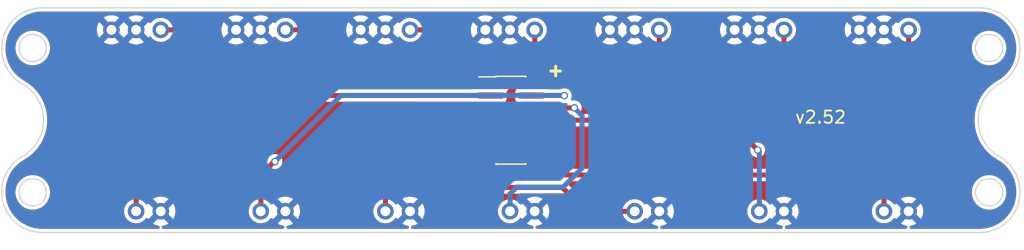
<source format=kicad_pcb>
(kicad_pcb (version 20211014) (generator pcbnew)
  (layers (0 "F.Cu" signal) (31 "B.Cu" signal) (34 "B.Paste" user) (35 "F.Paste" user) (36 "B.SilkS" user "B.Silkscreen") (37 "F.SilkS" user "F.Silkscreen") (38 "B.Mask" user) (39 "F.Mask" user) (44 "Edge.Cuts" user))
  (net 0 "")
  (net 1 "GND")
  (net 2 "V+")
  (net 3 "CH1")
  (net 4 "CH2")
  (net 5 "CH3")
  (net 6 "CH4")
  (net 7 "CH5")
  (net 8 "CH6")
  (net 9 "CH7")
  (footprint "cycfi_library:pin_header_2x7p_1.00mm_smd_vertical" (layer "F.Cu") (at 148.4 69.74)
    (fp_text reference "J15" hide)
    (fp_text value "CONN_01X14" hide)
    (fp_line (start -1.21 3.56) (end 1.21 3.56) (layer "F.SilkS") (width 0.12))
    (fp_line (start 1.21 3.51) (end 1.21 3.56) (layer "F.SilkS") (width 0.12))
    (fp_line (start -2.59 -3.51) (end -1.21 -3.51) (layer "F.SilkS") (width 0.12))
    (fp_line (start -1.21 -3.56) (end 1.21 -3.56) (layer "F.SilkS") (width 0.12))
    (fp_line (start 1.21 -3.56) (end 1.21 -3.51) (layer "F.SilkS") (width 0.12))
    (fp_line (start -1.21 3.51) (end -1.21 3.56) (layer "F.SilkS") (width 0.12))
    (fp_line (start -1.21 -3.56) (end -1.21 -3.51) (layer "F.SilkS") (width 0.12))
    (pad "1" smd rect (at -1.65 -3) (size 2 0.5) (layers "F.Cu" "F.Paste" "F.Mask") (net 1 "GND"))
    (pad "2" smd rect (at 1.65 -3) (size 2 0.5) (layers "F.Cu" "F.Paste" "F.Mask") (net 2 "V+"))
    (pad "3" smd rect (at -1.65 -2) (size 2 0.5) (layers "F.Cu" "F.Paste" "F.Mask") (net 3 "CH1"))
    (pad "4" smd rect (at 1.65 -2) (size 2 0.5) (layers "F.Cu" "F.Paste" "F.Mask") (net 4 "CH2"))
    (pad "5" smd rect (at -1.65 -1) (size 2 0.5) (layers "F.Cu" "F.Paste" "F.Mask") (net 5 "CH3"))
    (pad "6" smd rect (at 1.65 -1) (size 2 0.5) (layers "F.Cu" "F.Paste" "F.Mask") (net 6 "CH4"))
    (pad "7" smd rect (at -1.65 0) (size 2 0.5) (layers "F.Cu" "F.Paste" "F.Mask") (net 7 "CH5"))
    (pad "8" smd rect (at 1.65 0) (size 2 0.5) (layers "F.Cu" "F.Paste" "F.Mask") (net 8 "CH6"))
    (pad "9" smd rect (at -1.65 1) (size 2 0.5) (layers "F.Cu" "F.Paste" "F.Mask") (net 9 "CH7"))
    (pad "10" smd rect (at 1.65 1) (size 2 0.5) (layers "F.Cu" "F.Paste" "F.Mask"))
    (pad "11" smd rect (at -1.65 2) (size 2 0.5) (layers "F.Cu" "F.Paste" "F.Mask") (net 1 "GND"))
    (pad "12" smd rect (at 1.65 2) (size 2 0.5) (layers "F.Cu" "F.Paste" "F.Mask") (net 1 "GND"))
    (pad "13" smd rect (at -1.65 3) (size 2 0.5) (layers "F.Cu" "F.Paste" "F.Mask") (net 1 "GND"))
    (pad "14" smd rect (at 1.65 3) (size 2 0.5) (layers "F.Cu" "F.Paste" "F.Mask") (net 1 "GND"))
  )
  (footprint "cycfi_library:nu_capsule" (layer "F.Cu") (at 136.23 62.42)
    (fp_text reference "U3" hide)
    (fp_text value "nu_capsule")
    (pad "1" thru_hole circle (at 4 0) (size 1.35 1.35) (drill 0.8) (layers *.Cu *.Mask) (net 2 "V+"))
    (pad "2" thru_hole circle (at 0 0) (size 1.35 1.35) (drill 0.8) (layers *.Cu *.Mask) (net 1 "GND"))
    (pad "2" thru_hole circle (at 4 14.7) (size 1.35 1.35) (drill 0.8) (layers *.Cu *.Mask) (net 1 "GND"))
    (pad "2" thru_hole circle (at 2 0) (size 1.35 1.35) (drill 0.8) (layers *.Cu *.Mask) (net 1 "GND"))
    (pad "3" thru_hole circle (at 2 14.7) (size 1.35 1.35) (drill 0.8) (layers *.Cu *.Mask) (net 5 "CH3"))
  )
  (footprint "cycfi_library:nu_capsule" (layer "F.Cu") (at 116.03 62.42)
    (fp_text reference "U1" hide)
    (fp_text value "nu_capsule")
    (pad "1" thru_hole circle (at 4 0) (size 1.35 1.35) (drill 0.8) (layers *.Cu *.Mask) (net 2 "V+"))
    (pad "2" thru_hole circle (at 4 14.7) (size 1.35 1.35) (drill 0.8) (layers *.Cu *.Mask) (net 1 "GND"))
    (pad "2" thru_hole circle (at 2 0) (size 1.35 1.35) (drill 0.8) (layers *.Cu *.Mask) (net 1 "GND"))
    (pad "2" thru_hole circle (at 0 0) (size 1.35 1.35) (drill 0.8) (layers *.Cu *.Mask) (net 1 "GND"))
    (pad "3" thru_hole circle (at 2 14.7) (size 1.35 1.35) (drill 0.8) (layers *.Cu *.Mask) (net 3 "CH1"))
  )
  (footprint "cycfi_library:nu_capsule" (layer "F.Cu") (at 176.63 62.42)
    (fp_text reference "U7" hide)
    (fp_text value "nu_capsule")
    (pad "1" thru_hole circle (at 4 0) (size 1.35 1.35) (drill 0.8) (layers *.Cu *.Mask) (net 2 "V+"))
    (pad "2" thru_hole circle (at 0 0) (size 1.35 1.35) (drill 0.8) (layers *.Cu *.Mask) (net 1 "GND"))
    (pad "2" thru_hole circle (at 4 14.7) (size 1.35 1.35) (drill 0.8) (layers *.Cu *.Mask) (net 1 "GND"))
    (pad "2" thru_hole circle (at 2 0) (size 1.35 1.35) (drill 0.8) (layers *.Cu *.Mask) (net 1 "GND"))
    (pad "3" thru_hole circle (at 2 14.7) (size 1.35 1.35) (drill 0.8) (layers *.Cu *.Mask) (net 9 "CH7"))
  )
  (footprint "cycfi_library:nu_capsule" (layer "F.Cu") (at 166.53 62.42)
    (fp_text reference "U6" hide)
    (fp_text value "nu_capsule")
    (pad "1" thru_hole circle (at 4 0) (size 1.35 1.35) (drill 0.8) (layers *.Cu *.Mask) (net 2 "V+"))
    (pad "2" thru_hole circle (at 4 14.7) (size 1.35 1.35) (drill 0.8) (layers *.Cu *.Mask) (net 1 "GND"))
    (pad "2" thru_hole circle (at 2 0) (size 1.35 1.35) (drill 0.8) (layers *.Cu *.Mask) (net 1 "GND"))
    (pad "2" thru_hole circle (at 0 0) (size 1.35 1.35) (drill 0.8) (layers *.Cu *.Mask) (net 1 "GND"))
    (pad "3" thru_hole circle (at 2 14.7) (size 1.35 1.35) (drill 0.8) (layers *.Cu *.Mask) (net 8 "CH6"))
  )
  (footprint "cycfi_library:nu_capsule" (layer "F.Cu") (at 126.13 62.42)
    (fp_text reference "U2" hide)
    (fp_text value "nu_capsule")
    (pad "1" thru_hole circle (at 4 0) (size 1.35 1.35) (drill 0.8) (layers *.Cu *.Mask) (net 2 "V+"))
    (pad "2" thru_hole circle (at 4 14.7) (size 1.35 1.35) (drill 0.8) (layers *.Cu *.Mask) (net 1 "GND"))
    (pad "2" thru_hole circle (at 2 0) (size 1.35 1.35) (drill 0.8) (layers *.Cu *.Mask) (net 1 "GND"))
    (pad "2" thru_hole circle (at 0 0) (size 1.35 1.35) (drill 0.8) (layers *.Cu *.Mask) (net 1 "GND"))
    (pad "3" thru_hole circle (at 2 14.7) (size 1.35 1.35) (drill 0.8) (layers *.Cu *.Mask) (net 4 "CH2"))
  )
  (footprint "cycfi_library:nu_capsule" (layer "F.Cu") (at 146.33 62.42)
    (fp_text reference "U4" hide)
    (fp_text value "nu_capsule")
    (pad "1" thru_hole circle (at 4 0) (size 1.35 1.35) (drill 0.8) (layers *.Cu *.Mask) (net 2 "V+"))
    (pad "2" thru_hole circle (at 4 14.7) (size 1.35 1.35) (drill 0.8) (layers *.Cu *.Mask) (net 1 "GND"))
    (pad "2" thru_hole circle (at 2 0) (size 1.35 1.35) (drill 0.8) (layers *.Cu *.Mask) (net 1 "GND"))
    (pad "2" thru_hole circle (at 0 0) (size 1.35 1.35) (drill 0.8) (layers *.Cu *.Mask) (net 1 "GND"))
    (pad "3" thru_hole circle (at 2 14.7) (size 1.35 1.35) (drill 0.8) (layers *.Cu *.Mask) (net 6 "CH4"))
  )
  (footprint "cycfi_library:nu_capsule" (layer "F.Cu") (at 156.43 62.42)
    (fp_text reference "U5" hide)
    (fp_text value "nu_capsule")
    (pad "1" thru_hole circle (at 4 0) (size 1.35 1.35) (drill 0.8) (layers *.Cu *.Mask) (net 2 "V+"))
    (pad "2" thru_hole circle (at 2 0) (size 1.35 1.35) (drill 0.8) (layers *.Cu *.Mask) (net 1 "GND"))
    (pad "2" thru_hole circle (at 4 14.7) (size 1.35 1.35) (drill 0.8) (layers *.Cu *.Mask) (net 1 "GND"))
    (pad "2" thru_hole circle (at 0 0) (size 1.35 1.35) (drill 0.8) (layers *.Cu *.Mask) (net 1 "GND"))
    (pad "3" thru_hole circle (at 2 14.7) (size 1.35 1.35) (drill 0.8) (layers *.Cu *.Mask) (net 7 "CH5"))
  )
  (gr_circle (center 109.65 75.59) (end 110.75 75.59) (layer "Edge.Cuts") (width 0.1) (fill none))
  (gr_arc (start 108.80566 66.799011) (mid 110.525 69.739999) (end 108.805661 72.680988) (layer "Edge.Cuts") (width 0.1))
  (gr_circle (center 187.15 75.59) (end 188.25 75.59) (layer "Edge.Cuts") (width 0.1) (fill none))
  (gr_arc (start 107.15 75.513052) (mid 107.594282 73.872793) (end 108.80566 72.680989) (layer "Edge.Cuts") (width 0.1))
  (gr_line (start 186.4 78.84) (end 110.4 78.84) (layer "Edge.Cuts") (width 0.1))
  (gr_arc (start 108.80566 66.799011) (mid 107.574784 65.573899) (end 107.15 63.89) (layer "Edge.Cuts") (width 0.1))
  (gr_arc (start 110.4 78.84) (mid 108.074539 77.860787) (end 107.15 75.513052) (layer "Edge.Cuts") (width 0.1))
  (gr_circle (center 109.65 63.89) (end 110.75 63.89) (layer "Edge.Cuts") (width 0.1) (fill none))
  (gr_line (start 110.4 60.64) (end 186.4 60.64) (layer "Edge.Cuts") (width 0.1))
  (gr_arc (start 189.65 75.513052) (mid 188.725461 77.860787) (end 186.4 78.84) (layer "Edge.Cuts") (width 0.1))
  (gr_arc (start 187.99434 72.680989) (mid 186.275 69.740001) (end 187.994339 66.799012) (layer "Edge.Cuts") (width 0.1))
  (gr_arc (start 107.15 63.89) (mid 108.101903 61.591903) (end 110.4 60.64) (layer "Edge.Cuts") (width 0.1))
  (gr_arc (start 186.4 60.64) (mid 188.698097 61.591903) (end 189.65 63.89) (layer "Edge.Cuts") (width 0.1))
  (gr_circle (center 187.15 63.89) (end 188.25 63.89) (layer "Edge.Cuts") (width 0.1) (fill none))
  (gr_arc (start 189.65 63.89) (mid 189.225206 65.573893) (end 187.99434 66.799011) (layer "Edge.Cuts") (width 0.1))
  (gr_arc (start 187.99434 72.680989) (mid 189.205718 73.872794) (end 189.65 75.513052) (layer "Edge.Cuts") (width 0.1))
  (gr_text "+" (at 152.03 65.69) (layer "F.SilkS") (effects (font (size 1 1) (thickness 0.25))))
  (gr_text "v2.52" (at 173.5 69.5) (layer "F.SilkS") (effects (font (size 1 1))))
  (segment (start 150.04 64.14) (end 150.33 63.85) (width 0.4084) (layer "F.Cu") (net 2))
  (segment (start 150.33 63.85) (end 150.33 62.42) (width 0.4084) (layer "F.Cu") (net 2))
  (segment (start 160.43 63.96) (end 160.1 64.29) (width 0.4084) (layer "F.Cu") (net 2))
  (segment (start 160.1 64.29) (end 152.24 64.29) (width 0.4084) (layer "F.Cu") (net 2))
  (segment (start 152.24 64.29) (end 151.79 64.74) (width 0.4084) (layer "F.Cu") (net 2))
  (segment (start 151.79 64.74) (end 150.04 64.74) (width 0.4084) (layer "F.Cu") (net 2))
  (segment (start 150.04 64.74) (end 150.04 64.14) (width 0.4084) (layer "F.Cu") (net 2))
  (segment (start 170.53 63.94) (end 169.2 65.27) (width 0.4084) (layer "F.Cu") (net 2))
  (segment (start 169.2 65.27) (end 150.64 65.27) (width 0.4084) (layer "F.Cu") (net 2))
  (segment (start 150.64 65.27) (end 150.04 65.87) (width 0.4084) (layer "F.Cu") (net 2))
  (segment (start 150.04 65.87) (end 150.04 65.27) (width 0.4084) (layer "F.Cu") (net 2))
  (segment (start 180.63 63.97) (end 178.66 65.94) (width 0.4084) (layer "F.Cu") (net 2))
  (segment (start 178.66 65.94) (end 150.11 65.94) (width 0.4084) (layer "F.Cu") (net 2))
  (segment (start 150.11 65.94) (end 150.04 65.87) (width 0.4084) (layer "F.Cu") (net 2))
  (segment (start 142.05 62.42) (end 144.37 64.74) (width 0.4084) (layer "F.Cu") (net 2))
  (segment (start 144.37 64.74) (end 150.04 64.74) (width 0.4084) (layer "F.Cu") (net 2))
  (segment (start 131.32 62.42) (end 134.17 65.27) (width 0.4084) (layer "F.Cu") (net 2))
  (segment (start 134.17 65.27) (end 150.04 65.27) (width 0.4084) (layer "F.Cu") (net 2))
  (segment (start 150.04 65.27) (end 150.04 64.74) (width 0.4084) (layer "F.Cu") (net 2))
  (segment (start 121.38 62.42) (end 124.23 65.27) (width 0.4084) (layer "F.Cu") (net 2))
  (segment (start 124.23 65.27) (end 134.17 65.27) (width 0.4084) (layer "F.Cu") (net 2))
  (segment (start 170.53 62.42) (end 170.53 63.94) (width 0.4084) (layer "F.Cu") (net 2))
  (segment (start 180.63 62.42) (end 180.63 63.97) (width 0.4084) (layer "F.Cu") (net 2))
  (segment (start 150.04 66.74) (end 150.04 65.87) (width 0.4084) (layer "F.Cu") (net 2))
  (segment (start 120.03 62.42) (end 121.38 62.42) (width 0.4084) (layer "F.Cu") (net 2))
  (segment (start 130.13 62.42) (end 131.32 62.42) (width 0.4084) (layer "F.Cu") (net 2))
  (segment (start 160.43 62.42) (end 160.43 63.96) (width 0.4084) (layer "F.Cu") (net 2))
  (segment (start 140.23 62.42) (end 142.05 62.42) (width 0.4084) (layer "F.Cu") (net 2))
  (segment (start 120.74 67.74) (end 118.04 70.44) (width 0.4084) (layer "F.Cu") (net 3))
  (segment (start 118.04 70.44) (end 118.04 77.13) (width 0.4084) (layer "F.Cu") (net 3))
  (segment (start 146.74 67.74) (end 120.74 67.74) (width 0.4084) (layer "F.Cu") (net 3))
  (segment (start 128.14 74.17) (end 129.22 73.09) (width 0.4084) (layer "F.Cu") (net 4))
  (segment (start 129.22 73.09) (end 129.28 73.09) (width 0.4084) (layer "F.Cu") (net 4))
  (segment (start 152.73 67.75) (end 152.72 67.74) (width 0.4084) (layer "F.Cu") (net 4))
  (segment (start 152.72 67.74) (end 150.04 67.74) (width 0.4084) (layer "F.Cu") (net 4))
  (segment (start 128.14 77.13) (end 128.14 74.17) (width 0.4084) (layer "F.Cu") (net 4))
  (via (at 129.28 73.09) (size 0.6) (drill 0.4) (layers "F.Cu" "B.Cu") (net 4))
  (via (at 152.73 67.75) (size 0.6) (drill 0.4) (layers "F.Cu" "B.Cu") (net 4))
  (segment (start 129.28 73.09) (end 134.64 67.73) (width 0.4084) (layer "B.Cu") (net 4))
  (segment (start 134.64 67.73) (end 152.71 67.73) (width 0.4084) (layer "B.Cu") (net 4))
  (segment (start 152.71 67.73) (end 152.73 67.75) (width 0.4084) (layer "B.Cu") (net 4))
  (segment (start 141.26 68.74) (end 138.24 71.76) (width 0.4084) (layer "F.Cu") (net 5))
  (segment (start 138.24 71.76) (end 138.24 77.13) (width 0.4084) (layer "F.Cu") (net 5))
  (segment (start 146.74 68.74) (end 141.26 68.74) (width 0.4084) (layer "F.Cu") (net 5))
  (segment (start 153.54 68.74) (end 150.04 68.74) (width 0.4084) (layer "F.Cu") (net 6))
  (via (at 153.54 68.74) (size 0.6) (drill 0.4) (layers "F.Cu" "B.Cu") (net 6))
  (segment (start 148.34 75.7) (end 148.88 75.16) (width 0.4084) (layer "B.Cu") (net 6))
  (segment (start 148.88 75.16) (end 152.63 75.16) (width 0.4084) (layer "B.Cu") (net 6))
  (segment (start 152.63 75.16) (end 154.17 73.62) (width 0.4084) (layer "B.Cu") (net 6))
  (segment (start 154.17 69.37) (end 153.54 68.74) (width 0.4084) (layer "B.Cu") (net 6))
  (segment (start 154.17 73.62) (end 154.17 69.37) (width 0.4084) (layer "B.Cu") (net 6))
  (segment (start 148.34 77.13) (end 148.34 75.7) (width 0.4084) (layer "B.Cu") (net 6))
  (segment (start 154.5 77.13) (end 152.56 75.19) (width 0.4084) (layer "F.Cu") (net 7))
  (segment (start 152.56 75.19) (end 142.08 75.19) (width 0.4084) (layer "F.Cu") (net 7))
  (segment (start 142.08 75.19) (end 140.67 73.78) (width 0.4084) (layer "F.Cu") (net 7))
  (segment (start 140.67 73.78) (end 140.67 71.37) (width 0.4084) (layer "F.Cu") (net 7))
  (segment (start 140.67 71.37) (end 142.3 69.74) (width 0.4084) (layer "F.Cu") (net 7))
  (segment (start 142.3 69.74) (end 146.74 69.74) (width 0.4084) (layer "F.Cu") (net 7))
  (segment (start 158.44 77.13) (end 154.5 77.13) (width 0.4084) (layer "F.Cu") (net 7))
  (segment (start 165.98 69.74) (end 168.4 72.16) (width 0.4084) (layer "F.Cu") (net 8))
  (segment (start 150.04 69.74) (end 165.98 69.74) (width 0.4084) (layer "F.Cu") (net 8))
  (via (at 168.4 72.16) (size 0.6) (drill 0.4) (layers "F.Cu" "B.Cu") (net 8))
  (segment (start 168.4 72.16) (end 168.54 72.3) (width 0.4084) (layer "B.Cu") (net 8))
  (segment (start 168.54 72.3) (end 168.54 77.13) (width 0.4084) (layer "B.Cu") (net 8))
  (segment (start 178.64 75.54) (end 177.28 74.18) (width 0.4084) (layer "F.Cu") (net 9))
  (segment (start 177.28 74.18) (end 143.52 74.18) (width 0.4084) (layer "F.Cu") (net 9))
  (segment (start 143.52 74.18) (end 142.42 73.08) (width 0.4084) (layer "F.Cu") (net 9))
  (segment (start 142.42 73.08) (end 142.42 71.83) (width 0.4084) (layer "F.Cu") (net 9))
  (segment (start 142.42 71.83) (end 143.51 70.74) (width 0.4084) (layer "F.Cu") (net 9))
  (segment (start 143.51 70.74) (end 146.74 70.74) (width 0.4084) (layer "F.Cu") (net 9))
  (segment (start 178.64 77.13) (end 178.64 75.54) (width 0.4084) (layer "F.Cu") (net 9))
  (zone (net 1) (net_name "GND") (layer "F.Cu") (connect_pads (clearance 0.3)) (min_thickness 0.254) (fill yes (thermal_gap 0.508) (thermal_bridge_width 0.508))
    (polygon (pts (xy 190 79) (xy 107 79) (xy 107 60) (xy 190 60)))
  )
  (zone (net 1) (net_name "GND") (layer "B.Cu") (connect_pads (clearance 0.3)) (min_thickness 0.254) (fill yes (thermal_gap 0.508) (thermal_bridge_width 0.508))
    (polygon (pts (xy 190 79) (xy 107 79) (xy 107 60) (xy 190 60)))
  )
)
</source>
